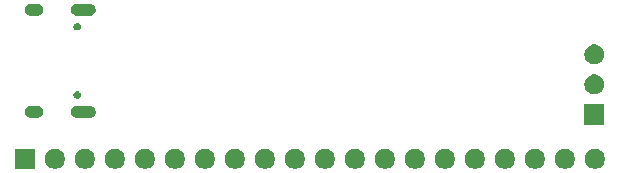
<source format=gbs>
G04 #@! TF.GenerationSoftware,KiCad,Pcbnew,9.0.3*
G04 #@! TF.CreationDate,2025-08-03T15:22:30-04:00*
G04 #@! TF.ProjectId,CH32V003F4P6,43483332-5630-4303-9346-3450362e6b69,rev?*
G04 #@! TF.SameCoordinates,Original*
G04 #@! TF.FileFunction,Soldermask,Bot*
G04 #@! TF.FilePolarity,Negative*
%FSLAX46Y46*%
G04 Gerber Fmt 4.6, Leading zero omitted, Abs format (unit mm)*
G04 Created by KiCad (PCBNEW 9.0.3) date 2025-08-03 15:22:30*
%MOMM*%
%LPD*%
G01*
G04 APERTURE LIST*
G04 APERTURE END LIST*
G36*
X129925000Y-129050000D02*
G01*
X128225000Y-129050000D01*
X128225000Y-127350000D01*
X129925000Y-127350000D01*
X129925000Y-129050000D01*
G37*
G36*
X131861742Y-127386601D02*
G01*
X132015687Y-127450367D01*
X132154234Y-127542941D01*
X132272059Y-127660766D01*
X132364633Y-127799313D01*
X132428399Y-127953258D01*
X132460907Y-128116685D01*
X132460907Y-128283315D01*
X132428399Y-128446742D01*
X132364633Y-128600687D01*
X132272059Y-128739234D01*
X132154234Y-128857059D01*
X132015687Y-128949633D01*
X131861742Y-129013399D01*
X131698315Y-129045907D01*
X131531685Y-129045907D01*
X131368258Y-129013399D01*
X131214313Y-128949633D01*
X131075766Y-128857059D01*
X130957941Y-128739234D01*
X130865367Y-128600687D01*
X130801601Y-128446742D01*
X130769093Y-128283315D01*
X130769093Y-128116685D01*
X130801601Y-127953258D01*
X130865367Y-127799313D01*
X130957941Y-127660766D01*
X131075766Y-127542941D01*
X131214313Y-127450367D01*
X131368258Y-127386601D01*
X131531685Y-127354093D01*
X131698315Y-127354093D01*
X131861742Y-127386601D01*
G37*
G36*
X134401742Y-127386601D02*
G01*
X134555687Y-127450367D01*
X134694234Y-127542941D01*
X134812059Y-127660766D01*
X134904633Y-127799313D01*
X134968399Y-127953258D01*
X135000907Y-128116685D01*
X135000907Y-128283315D01*
X134968399Y-128446742D01*
X134904633Y-128600687D01*
X134812059Y-128739234D01*
X134694234Y-128857059D01*
X134555687Y-128949633D01*
X134401742Y-129013399D01*
X134238315Y-129045907D01*
X134071685Y-129045907D01*
X133908258Y-129013399D01*
X133754313Y-128949633D01*
X133615766Y-128857059D01*
X133497941Y-128739234D01*
X133405367Y-128600687D01*
X133341601Y-128446742D01*
X133309093Y-128283315D01*
X133309093Y-128116685D01*
X133341601Y-127953258D01*
X133405367Y-127799313D01*
X133497941Y-127660766D01*
X133615766Y-127542941D01*
X133754313Y-127450367D01*
X133908258Y-127386601D01*
X134071685Y-127354093D01*
X134238315Y-127354093D01*
X134401742Y-127386601D01*
G37*
G36*
X136941742Y-127386601D02*
G01*
X137095687Y-127450367D01*
X137234234Y-127542941D01*
X137352059Y-127660766D01*
X137444633Y-127799313D01*
X137508399Y-127953258D01*
X137540907Y-128116685D01*
X137540907Y-128283315D01*
X137508399Y-128446742D01*
X137444633Y-128600687D01*
X137352059Y-128739234D01*
X137234234Y-128857059D01*
X137095687Y-128949633D01*
X136941742Y-129013399D01*
X136778315Y-129045907D01*
X136611685Y-129045907D01*
X136448258Y-129013399D01*
X136294313Y-128949633D01*
X136155766Y-128857059D01*
X136037941Y-128739234D01*
X135945367Y-128600687D01*
X135881601Y-128446742D01*
X135849093Y-128283315D01*
X135849093Y-128116685D01*
X135881601Y-127953258D01*
X135945367Y-127799313D01*
X136037941Y-127660766D01*
X136155766Y-127542941D01*
X136294313Y-127450367D01*
X136448258Y-127386601D01*
X136611685Y-127354093D01*
X136778315Y-127354093D01*
X136941742Y-127386601D01*
G37*
G36*
X139481742Y-127386601D02*
G01*
X139635687Y-127450367D01*
X139774234Y-127542941D01*
X139892059Y-127660766D01*
X139984633Y-127799313D01*
X140048399Y-127953258D01*
X140080907Y-128116685D01*
X140080907Y-128283315D01*
X140048399Y-128446742D01*
X139984633Y-128600687D01*
X139892059Y-128739234D01*
X139774234Y-128857059D01*
X139635687Y-128949633D01*
X139481742Y-129013399D01*
X139318315Y-129045907D01*
X139151685Y-129045907D01*
X138988258Y-129013399D01*
X138834313Y-128949633D01*
X138695766Y-128857059D01*
X138577941Y-128739234D01*
X138485367Y-128600687D01*
X138421601Y-128446742D01*
X138389093Y-128283315D01*
X138389093Y-128116685D01*
X138421601Y-127953258D01*
X138485367Y-127799313D01*
X138577941Y-127660766D01*
X138695766Y-127542941D01*
X138834313Y-127450367D01*
X138988258Y-127386601D01*
X139151685Y-127354093D01*
X139318315Y-127354093D01*
X139481742Y-127386601D01*
G37*
G36*
X142021742Y-127386601D02*
G01*
X142175687Y-127450367D01*
X142314234Y-127542941D01*
X142432059Y-127660766D01*
X142524633Y-127799313D01*
X142588399Y-127953258D01*
X142620907Y-128116685D01*
X142620907Y-128283315D01*
X142588399Y-128446742D01*
X142524633Y-128600687D01*
X142432059Y-128739234D01*
X142314234Y-128857059D01*
X142175687Y-128949633D01*
X142021742Y-129013399D01*
X141858315Y-129045907D01*
X141691685Y-129045907D01*
X141528258Y-129013399D01*
X141374313Y-128949633D01*
X141235766Y-128857059D01*
X141117941Y-128739234D01*
X141025367Y-128600687D01*
X140961601Y-128446742D01*
X140929093Y-128283315D01*
X140929093Y-128116685D01*
X140961601Y-127953258D01*
X141025367Y-127799313D01*
X141117941Y-127660766D01*
X141235766Y-127542941D01*
X141374313Y-127450367D01*
X141528258Y-127386601D01*
X141691685Y-127354093D01*
X141858315Y-127354093D01*
X142021742Y-127386601D01*
G37*
G36*
X144561742Y-127386601D02*
G01*
X144715687Y-127450367D01*
X144854234Y-127542941D01*
X144972059Y-127660766D01*
X145064633Y-127799313D01*
X145128399Y-127953258D01*
X145160907Y-128116685D01*
X145160907Y-128283315D01*
X145128399Y-128446742D01*
X145064633Y-128600687D01*
X144972059Y-128739234D01*
X144854234Y-128857059D01*
X144715687Y-128949633D01*
X144561742Y-129013399D01*
X144398315Y-129045907D01*
X144231685Y-129045907D01*
X144068258Y-129013399D01*
X143914313Y-128949633D01*
X143775766Y-128857059D01*
X143657941Y-128739234D01*
X143565367Y-128600687D01*
X143501601Y-128446742D01*
X143469093Y-128283315D01*
X143469093Y-128116685D01*
X143501601Y-127953258D01*
X143565367Y-127799313D01*
X143657941Y-127660766D01*
X143775766Y-127542941D01*
X143914313Y-127450367D01*
X144068258Y-127386601D01*
X144231685Y-127354093D01*
X144398315Y-127354093D01*
X144561742Y-127386601D01*
G37*
G36*
X147101742Y-127386601D02*
G01*
X147255687Y-127450367D01*
X147394234Y-127542941D01*
X147512059Y-127660766D01*
X147604633Y-127799313D01*
X147668399Y-127953258D01*
X147700907Y-128116685D01*
X147700907Y-128283315D01*
X147668399Y-128446742D01*
X147604633Y-128600687D01*
X147512059Y-128739234D01*
X147394234Y-128857059D01*
X147255687Y-128949633D01*
X147101742Y-129013399D01*
X146938315Y-129045907D01*
X146771685Y-129045907D01*
X146608258Y-129013399D01*
X146454313Y-128949633D01*
X146315766Y-128857059D01*
X146197941Y-128739234D01*
X146105367Y-128600687D01*
X146041601Y-128446742D01*
X146009093Y-128283315D01*
X146009093Y-128116685D01*
X146041601Y-127953258D01*
X146105367Y-127799313D01*
X146197941Y-127660766D01*
X146315766Y-127542941D01*
X146454313Y-127450367D01*
X146608258Y-127386601D01*
X146771685Y-127354093D01*
X146938315Y-127354093D01*
X147101742Y-127386601D01*
G37*
G36*
X149641742Y-127386601D02*
G01*
X149795687Y-127450367D01*
X149934234Y-127542941D01*
X150052059Y-127660766D01*
X150144633Y-127799313D01*
X150208399Y-127953258D01*
X150240907Y-128116685D01*
X150240907Y-128283315D01*
X150208399Y-128446742D01*
X150144633Y-128600687D01*
X150052059Y-128739234D01*
X149934234Y-128857059D01*
X149795687Y-128949633D01*
X149641742Y-129013399D01*
X149478315Y-129045907D01*
X149311685Y-129045907D01*
X149148258Y-129013399D01*
X148994313Y-128949633D01*
X148855766Y-128857059D01*
X148737941Y-128739234D01*
X148645367Y-128600687D01*
X148581601Y-128446742D01*
X148549093Y-128283315D01*
X148549093Y-128116685D01*
X148581601Y-127953258D01*
X148645367Y-127799313D01*
X148737941Y-127660766D01*
X148855766Y-127542941D01*
X148994313Y-127450367D01*
X149148258Y-127386601D01*
X149311685Y-127354093D01*
X149478315Y-127354093D01*
X149641742Y-127386601D01*
G37*
G36*
X152181742Y-127386601D02*
G01*
X152335687Y-127450367D01*
X152474234Y-127542941D01*
X152592059Y-127660766D01*
X152684633Y-127799313D01*
X152748399Y-127953258D01*
X152780907Y-128116685D01*
X152780907Y-128283315D01*
X152748399Y-128446742D01*
X152684633Y-128600687D01*
X152592059Y-128739234D01*
X152474234Y-128857059D01*
X152335687Y-128949633D01*
X152181742Y-129013399D01*
X152018315Y-129045907D01*
X151851685Y-129045907D01*
X151688258Y-129013399D01*
X151534313Y-128949633D01*
X151395766Y-128857059D01*
X151277941Y-128739234D01*
X151185367Y-128600687D01*
X151121601Y-128446742D01*
X151089093Y-128283315D01*
X151089093Y-128116685D01*
X151121601Y-127953258D01*
X151185367Y-127799313D01*
X151277941Y-127660766D01*
X151395766Y-127542941D01*
X151534313Y-127450367D01*
X151688258Y-127386601D01*
X151851685Y-127354093D01*
X152018315Y-127354093D01*
X152181742Y-127386601D01*
G37*
G36*
X154721742Y-127386601D02*
G01*
X154875687Y-127450367D01*
X155014234Y-127542941D01*
X155132059Y-127660766D01*
X155224633Y-127799313D01*
X155288399Y-127953258D01*
X155320907Y-128116685D01*
X155320907Y-128283315D01*
X155288399Y-128446742D01*
X155224633Y-128600687D01*
X155132059Y-128739234D01*
X155014234Y-128857059D01*
X154875687Y-128949633D01*
X154721742Y-129013399D01*
X154558315Y-129045907D01*
X154391685Y-129045907D01*
X154228258Y-129013399D01*
X154074313Y-128949633D01*
X153935766Y-128857059D01*
X153817941Y-128739234D01*
X153725367Y-128600687D01*
X153661601Y-128446742D01*
X153629093Y-128283315D01*
X153629093Y-128116685D01*
X153661601Y-127953258D01*
X153725367Y-127799313D01*
X153817941Y-127660766D01*
X153935766Y-127542941D01*
X154074313Y-127450367D01*
X154228258Y-127386601D01*
X154391685Y-127354093D01*
X154558315Y-127354093D01*
X154721742Y-127386601D01*
G37*
G36*
X157261742Y-127386601D02*
G01*
X157415687Y-127450367D01*
X157554234Y-127542941D01*
X157672059Y-127660766D01*
X157764633Y-127799313D01*
X157828399Y-127953258D01*
X157860907Y-128116685D01*
X157860907Y-128283315D01*
X157828399Y-128446742D01*
X157764633Y-128600687D01*
X157672059Y-128739234D01*
X157554234Y-128857059D01*
X157415687Y-128949633D01*
X157261742Y-129013399D01*
X157098315Y-129045907D01*
X156931685Y-129045907D01*
X156768258Y-129013399D01*
X156614313Y-128949633D01*
X156475766Y-128857059D01*
X156357941Y-128739234D01*
X156265367Y-128600687D01*
X156201601Y-128446742D01*
X156169093Y-128283315D01*
X156169093Y-128116685D01*
X156201601Y-127953258D01*
X156265367Y-127799313D01*
X156357941Y-127660766D01*
X156475766Y-127542941D01*
X156614313Y-127450367D01*
X156768258Y-127386601D01*
X156931685Y-127354093D01*
X157098315Y-127354093D01*
X157261742Y-127386601D01*
G37*
G36*
X159801742Y-127386601D02*
G01*
X159955687Y-127450367D01*
X160094234Y-127542941D01*
X160212059Y-127660766D01*
X160304633Y-127799313D01*
X160368399Y-127953258D01*
X160400907Y-128116685D01*
X160400907Y-128283315D01*
X160368399Y-128446742D01*
X160304633Y-128600687D01*
X160212059Y-128739234D01*
X160094234Y-128857059D01*
X159955687Y-128949633D01*
X159801742Y-129013399D01*
X159638315Y-129045907D01*
X159471685Y-129045907D01*
X159308258Y-129013399D01*
X159154313Y-128949633D01*
X159015766Y-128857059D01*
X158897941Y-128739234D01*
X158805367Y-128600687D01*
X158741601Y-128446742D01*
X158709093Y-128283315D01*
X158709093Y-128116685D01*
X158741601Y-127953258D01*
X158805367Y-127799313D01*
X158897941Y-127660766D01*
X159015766Y-127542941D01*
X159154313Y-127450367D01*
X159308258Y-127386601D01*
X159471685Y-127354093D01*
X159638315Y-127354093D01*
X159801742Y-127386601D01*
G37*
G36*
X162341742Y-127386601D02*
G01*
X162495687Y-127450367D01*
X162634234Y-127542941D01*
X162752059Y-127660766D01*
X162844633Y-127799313D01*
X162908399Y-127953258D01*
X162940907Y-128116685D01*
X162940907Y-128283315D01*
X162908399Y-128446742D01*
X162844633Y-128600687D01*
X162752059Y-128739234D01*
X162634234Y-128857059D01*
X162495687Y-128949633D01*
X162341742Y-129013399D01*
X162178315Y-129045907D01*
X162011685Y-129045907D01*
X161848258Y-129013399D01*
X161694313Y-128949633D01*
X161555766Y-128857059D01*
X161437941Y-128739234D01*
X161345367Y-128600687D01*
X161281601Y-128446742D01*
X161249093Y-128283315D01*
X161249093Y-128116685D01*
X161281601Y-127953258D01*
X161345367Y-127799313D01*
X161437941Y-127660766D01*
X161555766Y-127542941D01*
X161694313Y-127450367D01*
X161848258Y-127386601D01*
X162011685Y-127354093D01*
X162178315Y-127354093D01*
X162341742Y-127386601D01*
G37*
G36*
X164881742Y-127386601D02*
G01*
X165035687Y-127450367D01*
X165174234Y-127542941D01*
X165292059Y-127660766D01*
X165384633Y-127799313D01*
X165448399Y-127953258D01*
X165480907Y-128116685D01*
X165480907Y-128283315D01*
X165448399Y-128446742D01*
X165384633Y-128600687D01*
X165292059Y-128739234D01*
X165174234Y-128857059D01*
X165035687Y-128949633D01*
X164881742Y-129013399D01*
X164718315Y-129045907D01*
X164551685Y-129045907D01*
X164388258Y-129013399D01*
X164234313Y-128949633D01*
X164095766Y-128857059D01*
X163977941Y-128739234D01*
X163885367Y-128600687D01*
X163821601Y-128446742D01*
X163789093Y-128283315D01*
X163789093Y-128116685D01*
X163821601Y-127953258D01*
X163885367Y-127799313D01*
X163977941Y-127660766D01*
X164095766Y-127542941D01*
X164234313Y-127450367D01*
X164388258Y-127386601D01*
X164551685Y-127354093D01*
X164718315Y-127354093D01*
X164881742Y-127386601D01*
G37*
G36*
X167421742Y-127386601D02*
G01*
X167575687Y-127450367D01*
X167714234Y-127542941D01*
X167832059Y-127660766D01*
X167924633Y-127799313D01*
X167988399Y-127953258D01*
X168020907Y-128116685D01*
X168020907Y-128283315D01*
X167988399Y-128446742D01*
X167924633Y-128600687D01*
X167832059Y-128739234D01*
X167714234Y-128857059D01*
X167575687Y-128949633D01*
X167421742Y-129013399D01*
X167258315Y-129045907D01*
X167091685Y-129045907D01*
X166928258Y-129013399D01*
X166774313Y-128949633D01*
X166635766Y-128857059D01*
X166517941Y-128739234D01*
X166425367Y-128600687D01*
X166361601Y-128446742D01*
X166329093Y-128283315D01*
X166329093Y-128116685D01*
X166361601Y-127953258D01*
X166425367Y-127799313D01*
X166517941Y-127660766D01*
X166635766Y-127542941D01*
X166774313Y-127450367D01*
X166928258Y-127386601D01*
X167091685Y-127354093D01*
X167258315Y-127354093D01*
X167421742Y-127386601D01*
G37*
G36*
X169961742Y-127386601D02*
G01*
X170115687Y-127450367D01*
X170254234Y-127542941D01*
X170372059Y-127660766D01*
X170464633Y-127799313D01*
X170528399Y-127953258D01*
X170560907Y-128116685D01*
X170560907Y-128283315D01*
X170528399Y-128446742D01*
X170464633Y-128600687D01*
X170372059Y-128739234D01*
X170254234Y-128857059D01*
X170115687Y-128949633D01*
X169961742Y-129013399D01*
X169798315Y-129045907D01*
X169631685Y-129045907D01*
X169468258Y-129013399D01*
X169314313Y-128949633D01*
X169175766Y-128857059D01*
X169057941Y-128739234D01*
X168965367Y-128600687D01*
X168901601Y-128446742D01*
X168869093Y-128283315D01*
X168869093Y-128116685D01*
X168901601Y-127953258D01*
X168965367Y-127799313D01*
X169057941Y-127660766D01*
X169175766Y-127542941D01*
X169314313Y-127450367D01*
X169468258Y-127386601D01*
X169631685Y-127354093D01*
X169798315Y-127354093D01*
X169961742Y-127386601D01*
G37*
G36*
X172501742Y-127386601D02*
G01*
X172655687Y-127450367D01*
X172794234Y-127542941D01*
X172912059Y-127660766D01*
X173004633Y-127799313D01*
X173068399Y-127953258D01*
X173100907Y-128116685D01*
X173100907Y-128283315D01*
X173068399Y-128446742D01*
X173004633Y-128600687D01*
X172912059Y-128739234D01*
X172794234Y-128857059D01*
X172655687Y-128949633D01*
X172501742Y-129013399D01*
X172338315Y-129045907D01*
X172171685Y-129045907D01*
X172008258Y-129013399D01*
X171854313Y-128949633D01*
X171715766Y-128857059D01*
X171597941Y-128739234D01*
X171505367Y-128600687D01*
X171441601Y-128446742D01*
X171409093Y-128283315D01*
X171409093Y-128116685D01*
X171441601Y-127953258D01*
X171505367Y-127799313D01*
X171597941Y-127660766D01*
X171715766Y-127542941D01*
X171854313Y-127450367D01*
X172008258Y-127386601D01*
X172171685Y-127354093D01*
X172338315Y-127354093D01*
X172501742Y-127386601D01*
G37*
G36*
X175041742Y-127386601D02*
G01*
X175195687Y-127450367D01*
X175334234Y-127542941D01*
X175452059Y-127660766D01*
X175544633Y-127799313D01*
X175608399Y-127953258D01*
X175640907Y-128116685D01*
X175640907Y-128283315D01*
X175608399Y-128446742D01*
X175544633Y-128600687D01*
X175452059Y-128739234D01*
X175334234Y-128857059D01*
X175195687Y-128949633D01*
X175041742Y-129013399D01*
X174878315Y-129045907D01*
X174711685Y-129045907D01*
X174548258Y-129013399D01*
X174394313Y-128949633D01*
X174255766Y-128857059D01*
X174137941Y-128739234D01*
X174045367Y-128600687D01*
X173981601Y-128446742D01*
X173949093Y-128283315D01*
X173949093Y-128116685D01*
X173981601Y-127953258D01*
X174045367Y-127799313D01*
X174137941Y-127660766D01*
X174255766Y-127542941D01*
X174394313Y-127450367D01*
X174548258Y-127386601D01*
X174711685Y-127354093D01*
X174878315Y-127354093D01*
X175041742Y-127386601D01*
G37*
G36*
X177581742Y-127386601D02*
G01*
X177735687Y-127450367D01*
X177874234Y-127542941D01*
X177992059Y-127660766D01*
X178084633Y-127799313D01*
X178148399Y-127953258D01*
X178180907Y-128116685D01*
X178180907Y-128283315D01*
X178148399Y-128446742D01*
X178084633Y-128600687D01*
X177992059Y-128739234D01*
X177874234Y-128857059D01*
X177735687Y-128949633D01*
X177581742Y-129013399D01*
X177418315Y-129045907D01*
X177251685Y-129045907D01*
X177088258Y-129013399D01*
X176934313Y-128949633D01*
X176795766Y-128857059D01*
X176677941Y-128739234D01*
X176585367Y-128600687D01*
X176521601Y-128446742D01*
X176489093Y-128283315D01*
X176489093Y-128116685D01*
X176521601Y-127953258D01*
X176585367Y-127799313D01*
X176677941Y-127660766D01*
X176795766Y-127542941D01*
X176934313Y-127450367D01*
X177088258Y-127386601D01*
X177251685Y-127354093D01*
X177418315Y-127354093D01*
X177581742Y-127386601D01*
G37*
G36*
X178142000Y-125295000D02*
G01*
X176442000Y-125295000D01*
X176442000Y-123595000D01*
X178142000Y-123595000D01*
X178142000Y-125295000D01*
G37*
G36*
X130215263Y-123724278D02*
G01*
X130341342Y-123758060D01*
X130454381Y-123823323D01*
X130546677Y-123915619D01*
X130611940Y-124028658D01*
X130645722Y-124154737D01*
X130645722Y-124285263D01*
X130611940Y-124411342D01*
X130546677Y-124524381D01*
X130454381Y-124616677D01*
X130341342Y-124681940D01*
X130215263Y-124715722D01*
X130150000Y-124720000D01*
X130148029Y-124720000D01*
X129551971Y-124720000D01*
X129550000Y-124720000D01*
X129484737Y-124715722D01*
X129358658Y-124681940D01*
X129245619Y-124616677D01*
X129153323Y-124524381D01*
X129088060Y-124411342D01*
X129054278Y-124285263D01*
X129054278Y-124154737D01*
X129088060Y-124028658D01*
X129153323Y-123915619D01*
X129245619Y-123823323D01*
X129358658Y-123758060D01*
X129484737Y-123724278D01*
X129550000Y-123720000D01*
X130150000Y-123720000D01*
X130215263Y-123724278D01*
G37*
G36*
X134645263Y-123724278D02*
G01*
X134771342Y-123758060D01*
X134884381Y-123823323D01*
X134976677Y-123915619D01*
X135041940Y-124028658D01*
X135075722Y-124154737D01*
X135075722Y-124285263D01*
X135041940Y-124411342D01*
X134976677Y-124524381D01*
X134884381Y-124616677D01*
X134771342Y-124681940D01*
X134645263Y-124715722D01*
X134580000Y-124720000D01*
X134578029Y-124720000D01*
X133481971Y-124720000D01*
X133480000Y-124720000D01*
X133414737Y-124715722D01*
X133288658Y-124681940D01*
X133175619Y-124616677D01*
X133083323Y-124524381D01*
X133018060Y-124411342D01*
X132984278Y-124285263D01*
X132984278Y-124154737D01*
X133018060Y-124028658D01*
X133083323Y-123915619D01*
X133175619Y-123823323D01*
X133288658Y-123758060D01*
X133414737Y-123724278D01*
X133480000Y-123720000D01*
X134580000Y-123720000D01*
X134645263Y-123724278D01*
G37*
G36*
X133624372Y-122489739D02*
G01*
X133697847Y-122532160D01*
X133757840Y-122592153D01*
X133800261Y-122665628D01*
X133822220Y-122747579D01*
X133822220Y-122832421D01*
X133800261Y-122914372D01*
X133757840Y-122987847D01*
X133697847Y-123047840D01*
X133624372Y-123090261D01*
X133542421Y-123112220D01*
X133457579Y-123112220D01*
X133375628Y-123090261D01*
X133302153Y-123047840D01*
X133242160Y-122987847D01*
X133199739Y-122914372D01*
X133177780Y-122832421D01*
X133177780Y-122747579D01*
X133199739Y-122665628D01*
X133242160Y-122592153D01*
X133302153Y-122532160D01*
X133375628Y-122489739D01*
X133457579Y-122467780D01*
X133542421Y-122467780D01*
X133624372Y-122489739D01*
G37*
G36*
X177538742Y-121091601D02*
G01*
X177692687Y-121155367D01*
X177831234Y-121247941D01*
X177949059Y-121365766D01*
X178041633Y-121504313D01*
X178105399Y-121658258D01*
X178137907Y-121821685D01*
X178137907Y-121988315D01*
X178105399Y-122151742D01*
X178041633Y-122305687D01*
X177949059Y-122444234D01*
X177831234Y-122562059D01*
X177692687Y-122654633D01*
X177538742Y-122718399D01*
X177375315Y-122750907D01*
X177208685Y-122750907D01*
X177045258Y-122718399D01*
X176891313Y-122654633D01*
X176752766Y-122562059D01*
X176634941Y-122444234D01*
X176542367Y-122305687D01*
X176478601Y-122151742D01*
X176446093Y-121988315D01*
X176446093Y-121821685D01*
X176478601Y-121658258D01*
X176542367Y-121504313D01*
X176634941Y-121365766D01*
X176752766Y-121247941D01*
X176891313Y-121155367D01*
X177045258Y-121091601D01*
X177208685Y-121059093D01*
X177375315Y-121059093D01*
X177538742Y-121091601D01*
G37*
G36*
X177538742Y-118551601D02*
G01*
X177692687Y-118615367D01*
X177831234Y-118707941D01*
X177949059Y-118825766D01*
X178041633Y-118964313D01*
X178105399Y-119118258D01*
X178137907Y-119281685D01*
X178137907Y-119448315D01*
X178105399Y-119611742D01*
X178041633Y-119765687D01*
X177949059Y-119904234D01*
X177831234Y-120022059D01*
X177692687Y-120114633D01*
X177538742Y-120178399D01*
X177375315Y-120210907D01*
X177208685Y-120210907D01*
X177045258Y-120178399D01*
X176891313Y-120114633D01*
X176752766Y-120022059D01*
X176634941Y-119904234D01*
X176542367Y-119765687D01*
X176478601Y-119611742D01*
X176446093Y-119448315D01*
X176446093Y-119281685D01*
X176478601Y-119118258D01*
X176542367Y-118964313D01*
X176634941Y-118825766D01*
X176752766Y-118707941D01*
X176891313Y-118615367D01*
X177045258Y-118551601D01*
X177208685Y-118519093D01*
X177375315Y-118519093D01*
X177538742Y-118551601D01*
G37*
G36*
X133624372Y-116709739D02*
G01*
X133697847Y-116752160D01*
X133757840Y-116812153D01*
X133800261Y-116885628D01*
X133822220Y-116967579D01*
X133822220Y-117052421D01*
X133800261Y-117134372D01*
X133757840Y-117207847D01*
X133697847Y-117267840D01*
X133624372Y-117310261D01*
X133542421Y-117332220D01*
X133457579Y-117332220D01*
X133375628Y-117310261D01*
X133302153Y-117267840D01*
X133242160Y-117207847D01*
X133199739Y-117134372D01*
X133177780Y-117052421D01*
X133177780Y-116967579D01*
X133199739Y-116885628D01*
X133242160Y-116812153D01*
X133302153Y-116752160D01*
X133375628Y-116709739D01*
X133457579Y-116687780D01*
X133542421Y-116687780D01*
X133624372Y-116709739D01*
G37*
G36*
X130215263Y-115084278D02*
G01*
X130341342Y-115118060D01*
X130454381Y-115183323D01*
X130546677Y-115275619D01*
X130611940Y-115388658D01*
X130645722Y-115514737D01*
X130645722Y-115645263D01*
X130611940Y-115771342D01*
X130546677Y-115884381D01*
X130454381Y-115976677D01*
X130341342Y-116041940D01*
X130215263Y-116075722D01*
X130150000Y-116080000D01*
X130148029Y-116080000D01*
X129551971Y-116080000D01*
X129550000Y-116080000D01*
X129484737Y-116075722D01*
X129358658Y-116041940D01*
X129245619Y-115976677D01*
X129153323Y-115884381D01*
X129088060Y-115771342D01*
X129054278Y-115645263D01*
X129054278Y-115514737D01*
X129088060Y-115388658D01*
X129153323Y-115275619D01*
X129245619Y-115183323D01*
X129358658Y-115118060D01*
X129484737Y-115084278D01*
X129550000Y-115080000D01*
X130150000Y-115080000D01*
X130215263Y-115084278D01*
G37*
G36*
X134645263Y-115084278D02*
G01*
X134771342Y-115118060D01*
X134884381Y-115183323D01*
X134976677Y-115275619D01*
X135041940Y-115388658D01*
X135075722Y-115514737D01*
X135075722Y-115645263D01*
X135041940Y-115771342D01*
X134976677Y-115884381D01*
X134884381Y-115976677D01*
X134771342Y-116041940D01*
X134645263Y-116075722D01*
X134580000Y-116080000D01*
X134578029Y-116080000D01*
X133481971Y-116080000D01*
X133480000Y-116080000D01*
X133414737Y-116075722D01*
X133288658Y-116041940D01*
X133175619Y-115976677D01*
X133083323Y-115884381D01*
X133018060Y-115771342D01*
X132984278Y-115645263D01*
X132984278Y-115514737D01*
X133018060Y-115388658D01*
X133083323Y-115275619D01*
X133175619Y-115183323D01*
X133288658Y-115118060D01*
X133414737Y-115084278D01*
X133480000Y-115080000D01*
X134580000Y-115080000D01*
X134645263Y-115084278D01*
G37*
M02*

</source>
